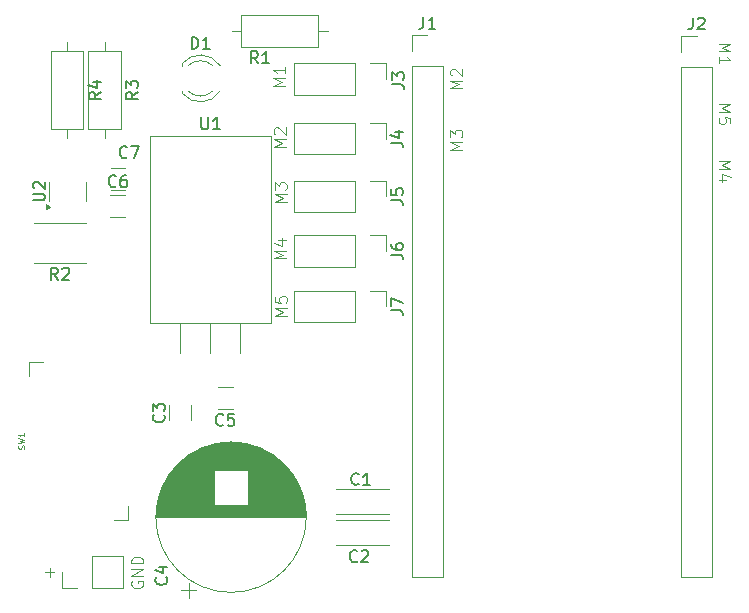
<source format=gbr>
%TF.GenerationSoftware,KiCad,Pcbnew,8.0.2*%
%TF.CreationDate,2025-03-31T19:17:40+02:00*%
%TF.ProjectId,carte_robo_pince,63617274-655f-4726-9f62-6f5f70696e63,rev?*%
%TF.SameCoordinates,Original*%
%TF.FileFunction,Legend,Top*%
%TF.FilePolarity,Positive*%
%FSLAX46Y46*%
G04 Gerber Fmt 4.6, Leading zero omitted, Abs format (unit mm)*
G04 Created by KiCad (PCBNEW 8.0.2) date 2025-03-31 19:17:40*
%MOMM*%
%LPD*%
G01*
G04 APERTURE LIST*
%ADD10C,0.100000*%
%ADD11C,0.150000*%
%ADD12C,0.120000*%
G04 APERTURE END LIST*
D10*
X142652580Y-83303884D02*
X143652580Y-83303884D01*
X143652580Y-83303884D02*
X142938295Y-83637217D01*
X142938295Y-83637217D02*
X143652580Y-83970550D01*
X143652580Y-83970550D02*
X142652580Y-83970550D01*
X143319247Y-84875312D02*
X142652580Y-84875312D01*
X143700200Y-84637217D02*
X142985914Y-84399122D01*
X142985914Y-84399122D02*
X142985914Y-85018169D01*
X120947419Y-82296115D02*
X119947419Y-82296115D01*
X119947419Y-82296115D02*
X120661704Y-81962782D01*
X120661704Y-81962782D02*
X119947419Y-81629449D01*
X119947419Y-81629449D02*
X120947419Y-81629449D01*
X119947419Y-81248496D02*
X119947419Y-80629449D01*
X119947419Y-80629449D02*
X120328371Y-80962782D01*
X120328371Y-80962782D02*
X120328371Y-80819925D01*
X120328371Y-80819925D02*
X120375990Y-80724687D01*
X120375990Y-80724687D02*
X120423609Y-80677068D01*
X120423609Y-80677068D02*
X120518847Y-80629449D01*
X120518847Y-80629449D02*
X120756942Y-80629449D01*
X120756942Y-80629449D02*
X120852180Y-80677068D01*
X120852180Y-80677068D02*
X120899800Y-80724687D01*
X120899800Y-80724687D02*
X120947419Y-80819925D01*
X120947419Y-80819925D02*
X120947419Y-81105639D01*
X120947419Y-81105639D02*
X120899800Y-81200877D01*
X120899800Y-81200877D02*
X120852180Y-81248496D01*
X105947419Y-76946115D02*
X104947419Y-76946115D01*
X104947419Y-76946115D02*
X105661704Y-76612782D01*
X105661704Y-76612782D02*
X104947419Y-76279449D01*
X104947419Y-76279449D02*
X105947419Y-76279449D01*
X105947419Y-75279449D02*
X105947419Y-75850877D01*
X105947419Y-75565163D02*
X104947419Y-75565163D01*
X104947419Y-75565163D02*
X105090276Y-75660401D01*
X105090276Y-75660401D02*
X105185514Y-75755639D01*
X105185514Y-75755639D02*
X105233133Y-75850877D01*
X92980038Y-118862306D02*
X92932419Y-118957544D01*
X92932419Y-118957544D02*
X92932419Y-119100401D01*
X92932419Y-119100401D02*
X92980038Y-119243258D01*
X92980038Y-119243258D02*
X93075276Y-119338496D01*
X93075276Y-119338496D02*
X93170514Y-119386115D01*
X93170514Y-119386115D02*
X93360990Y-119433734D01*
X93360990Y-119433734D02*
X93503847Y-119433734D01*
X93503847Y-119433734D02*
X93694323Y-119386115D01*
X93694323Y-119386115D02*
X93789561Y-119338496D01*
X93789561Y-119338496D02*
X93884800Y-119243258D01*
X93884800Y-119243258D02*
X93932419Y-119100401D01*
X93932419Y-119100401D02*
X93932419Y-119005163D01*
X93932419Y-119005163D02*
X93884800Y-118862306D01*
X93884800Y-118862306D02*
X93837180Y-118814687D01*
X93837180Y-118814687D02*
X93503847Y-118814687D01*
X93503847Y-118814687D02*
X93503847Y-119005163D01*
X93932419Y-118386115D02*
X92932419Y-118386115D01*
X92932419Y-118386115D02*
X93932419Y-117814687D01*
X93932419Y-117814687D02*
X92932419Y-117814687D01*
X93932419Y-117338496D02*
X92932419Y-117338496D01*
X92932419Y-117338496D02*
X92932419Y-117100401D01*
X92932419Y-117100401D02*
X92980038Y-116957544D01*
X92980038Y-116957544D02*
X93075276Y-116862306D01*
X93075276Y-116862306D02*
X93170514Y-116814687D01*
X93170514Y-116814687D02*
X93360990Y-116767068D01*
X93360990Y-116767068D02*
X93503847Y-116767068D01*
X93503847Y-116767068D02*
X93694323Y-116814687D01*
X93694323Y-116814687D02*
X93789561Y-116862306D01*
X93789561Y-116862306D02*
X93884800Y-116957544D01*
X93884800Y-116957544D02*
X93932419Y-117100401D01*
X93932419Y-117100401D02*
X93932419Y-117338496D01*
X105997419Y-82096115D02*
X104997419Y-82096115D01*
X104997419Y-82096115D02*
X105711704Y-81762782D01*
X105711704Y-81762782D02*
X104997419Y-81429449D01*
X104997419Y-81429449D02*
X105997419Y-81429449D01*
X105092657Y-81000877D02*
X105045038Y-80953258D01*
X105045038Y-80953258D02*
X104997419Y-80858020D01*
X104997419Y-80858020D02*
X104997419Y-80619925D01*
X104997419Y-80619925D02*
X105045038Y-80524687D01*
X105045038Y-80524687D02*
X105092657Y-80477068D01*
X105092657Y-80477068D02*
X105187895Y-80429449D01*
X105187895Y-80429449D02*
X105283133Y-80429449D01*
X105283133Y-80429449D02*
X105425990Y-80477068D01*
X105425990Y-80477068D02*
X105997419Y-81048496D01*
X105997419Y-81048496D02*
X105997419Y-80429449D01*
X106097419Y-96371115D02*
X105097419Y-96371115D01*
X105097419Y-96371115D02*
X105811704Y-96037782D01*
X105811704Y-96037782D02*
X105097419Y-95704449D01*
X105097419Y-95704449D02*
X106097419Y-95704449D01*
X105097419Y-94752068D02*
X105097419Y-95228258D01*
X105097419Y-95228258D02*
X105573609Y-95275877D01*
X105573609Y-95275877D02*
X105525990Y-95228258D01*
X105525990Y-95228258D02*
X105478371Y-95133020D01*
X105478371Y-95133020D02*
X105478371Y-94894925D01*
X105478371Y-94894925D02*
X105525990Y-94799687D01*
X105525990Y-94799687D02*
X105573609Y-94752068D01*
X105573609Y-94752068D02*
X105668847Y-94704449D01*
X105668847Y-94704449D02*
X105906942Y-94704449D01*
X105906942Y-94704449D02*
X106002180Y-94752068D01*
X106002180Y-94752068D02*
X106049800Y-94799687D01*
X106049800Y-94799687D02*
X106097419Y-94894925D01*
X106097419Y-94894925D02*
X106097419Y-95133020D01*
X106097419Y-95133020D02*
X106049800Y-95228258D01*
X106049800Y-95228258D02*
X106002180Y-95275877D01*
X142652580Y-78453884D02*
X143652580Y-78453884D01*
X143652580Y-78453884D02*
X142938295Y-78787217D01*
X142938295Y-78787217D02*
X143652580Y-79120550D01*
X143652580Y-79120550D02*
X142652580Y-79120550D01*
X143652580Y-80072931D02*
X143652580Y-79596741D01*
X143652580Y-79596741D02*
X143176390Y-79549122D01*
X143176390Y-79549122D02*
X143224009Y-79596741D01*
X143224009Y-79596741D02*
X143271628Y-79691979D01*
X143271628Y-79691979D02*
X143271628Y-79930074D01*
X143271628Y-79930074D02*
X143224009Y-80025312D01*
X143224009Y-80025312D02*
X143176390Y-80072931D01*
X143176390Y-80072931D02*
X143081152Y-80120550D01*
X143081152Y-80120550D02*
X142843057Y-80120550D01*
X142843057Y-80120550D02*
X142747819Y-80072931D01*
X142747819Y-80072931D02*
X142700200Y-80025312D01*
X142700200Y-80025312D02*
X142652580Y-79930074D01*
X142652580Y-79930074D02*
X142652580Y-79691979D01*
X142652580Y-79691979D02*
X142700200Y-79596741D01*
X142700200Y-79596741D02*
X142747819Y-79549122D01*
X120947419Y-77121115D02*
X119947419Y-77121115D01*
X119947419Y-77121115D02*
X120661704Y-76787782D01*
X120661704Y-76787782D02*
X119947419Y-76454449D01*
X119947419Y-76454449D02*
X120947419Y-76454449D01*
X120042657Y-76025877D02*
X119995038Y-75978258D01*
X119995038Y-75978258D02*
X119947419Y-75883020D01*
X119947419Y-75883020D02*
X119947419Y-75644925D01*
X119947419Y-75644925D02*
X119995038Y-75549687D01*
X119995038Y-75549687D02*
X120042657Y-75502068D01*
X120042657Y-75502068D02*
X120137895Y-75454449D01*
X120137895Y-75454449D02*
X120233133Y-75454449D01*
X120233133Y-75454449D02*
X120375990Y-75502068D01*
X120375990Y-75502068D02*
X120947419Y-76073496D01*
X120947419Y-76073496D02*
X120947419Y-75454449D01*
X85643884Y-118071466D02*
X86405789Y-118071466D01*
X86024836Y-118452419D02*
X86024836Y-117690514D01*
X106072419Y-86746115D02*
X105072419Y-86746115D01*
X105072419Y-86746115D02*
X105786704Y-86412782D01*
X105786704Y-86412782D02*
X105072419Y-86079449D01*
X105072419Y-86079449D02*
X106072419Y-86079449D01*
X105072419Y-85698496D02*
X105072419Y-85079449D01*
X105072419Y-85079449D02*
X105453371Y-85412782D01*
X105453371Y-85412782D02*
X105453371Y-85269925D01*
X105453371Y-85269925D02*
X105500990Y-85174687D01*
X105500990Y-85174687D02*
X105548609Y-85127068D01*
X105548609Y-85127068D02*
X105643847Y-85079449D01*
X105643847Y-85079449D02*
X105881942Y-85079449D01*
X105881942Y-85079449D02*
X105977180Y-85127068D01*
X105977180Y-85127068D02*
X106024800Y-85174687D01*
X106024800Y-85174687D02*
X106072419Y-85269925D01*
X106072419Y-85269925D02*
X106072419Y-85555639D01*
X106072419Y-85555639D02*
X106024800Y-85650877D01*
X106024800Y-85650877D02*
X105977180Y-85698496D01*
X106022419Y-91521115D02*
X105022419Y-91521115D01*
X105022419Y-91521115D02*
X105736704Y-91187782D01*
X105736704Y-91187782D02*
X105022419Y-90854449D01*
X105022419Y-90854449D02*
X106022419Y-90854449D01*
X105355752Y-89949687D02*
X106022419Y-89949687D01*
X104974800Y-90187782D02*
X105689085Y-90425877D01*
X105689085Y-90425877D02*
X105689085Y-89806830D01*
X142652580Y-73328884D02*
X143652580Y-73328884D01*
X143652580Y-73328884D02*
X142938295Y-73662217D01*
X142938295Y-73662217D02*
X143652580Y-73995550D01*
X143652580Y-73995550D02*
X142652580Y-73995550D01*
X142652580Y-74995550D02*
X142652580Y-74424122D01*
X142652580Y-74709836D02*
X143652580Y-74709836D01*
X143652580Y-74709836D02*
X143509723Y-74614598D01*
X143509723Y-74614598D02*
X143414485Y-74519360D01*
X143414485Y-74519360D02*
X143366866Y-74424122D01*
D11*
X115004819Y-76758333D02*
X115719104Y-76758333D01*
X115719104Y-76758333D02*
X115861961Y-76805952D01*
X115861961Y-76805952D02*
X115957200Y-76901190D01*
X115957200Y-76901190D02*
X116004819Y-77044047D01*
X116004819Y-77044047D02*
X116004819Y-77139285D01*
X115004819Y-76377380D02*
X115004819Y-75758333D01*
X115004819Y-75758333D02*
X115385771Y-76091666D01*
X115385771Y-76091666D02*
X115385771Y-75948809D01*
X115385771Y-75948809D02*
X115433390Y-75853571D01*
X115433390Y-75853571D02*
X115481009Y-75805952D01*
X115481009Y-75805952D02*
X115576247Y-75758333D01*
X115576247Y-75758333D02*
X115814342Y-75758333D01*
X115814342Y-75758333D02*
X115909580Y-75805952D01*
X115909580Y-75805952D02*
X115957200Y-75853571D01*
X115957200Y-75853571D02*
X116004819Y-75948809D01*
X116004819Y-75948809D02*
X116004819Y-76234523D01*
X116004819Y-76234523D02*
X115957200Y-76329761D01*
X115957200Y-76329761D02*
X115909580Y-76377380D01*
X114934819Y-95908333D02*
X115649104Y-95908333D01*
X115649104Y-95908333D02*
X115791961Y-95955952D01*
X115791961Y-95955952D02*
X115887200Y-96051190D01*
X115887200Y-96051190D02*
X115934819Y-96194047D01*
X115934819Y-96194047D02*
X115934819Y-96289285D01*
X114934819Y-95527380D02*
X114934819Y-94860714D01*
X114934819Y-94860714D02*
X115934819Y-95289285D01*
X117666666Y-71084819D02*
X117666666Y-71799104D01*
X117666666Y-71799104D02*
X117619047Y-71941961D01*
X117619047Y-71941961D02*
X117523809Y-72037200D01*
X117523809Y-72037200D02*
X117380952Y-72084819D01*
X117380952Y-72084819D02*
X117285714Y-72084819D01*
X118666666Y-72084819D02*
X118095238Y-72084819D01*
X118380952Y-72084819D02*
X118380952Y-71084819D01*
X118380952Y-71084819D02*
X118285714Y-71227676D01*
X118285714Y-71227676D02*
X118190476Y-71322914D01*
X118190476Y-71322914D02*
X118095238Y-71370533D01*
X103653333Y-74994819D02*
X103320000Y-74518628D01*
X103081905Y-74994819D02*
X103081905Y-73994819D01*
X103081905Y-73994819D02*
X103462857Y-73994819D01*
X103462857Y-73994819D02*
X103558095Y-74042438D01*
X103558095Y-74042438D02*
X103605714Y-74090057D01*
X103605714Y-74090057D02*
X103653333Y-74185295D01*
X103653333Y-74185295D02*
X103653333Y-74328152D01*
X103653333Y-74328152D02*
X103605714Y-74423390D01*
X103605714Y-74423390D02*
X103558095Y-74471009D01*
X103558095Y-74471009D02*
X103462857Y-74518628D01*
X103462857Y-74518628D02*
X103081905Y-74518628D01*
X104605714Y-74994819D02*
X104034286Y-74994819D01*
X104320000Y-74994819D02*
X104320000Y-73994819D01*
X104320000Y-73994819D02*
X104224762Y-74137676D01*
X104224762Y-74137676D02*
X104129524Y-74232914D01*
X104129524Y-74232914D02*
X104034286Y-74280533D01*
X95659580Y-104766666D02*
X95707200Y-104814285D01*
X95707200Y-104814285D02*
X95754819Y-104957142D01*
X95754819Y-104957142D02*
X95754819Y-105052380D01*
X95754819Y-105052380D02*
X95707200Y-105195237D01*
X95707200Y-105195237D02*
X95611961Y-105290475D01*
X95611961Y-105290475D02*
X95516723Y-105338094D01*
X95516723Y-105338094D02*
X95326247Y-105385713D01*
X95326247Y-105385713D02*
X95183390Y-105385713D01*
X95183390Y-105385713D02*
X94992914Y-105338094D01*
X94992914Y-105338094D02*
X94897676Y-105290475D01*
X94897676Y-105290475D02*
X94802438Y-105195237D01*
X94802438Y-105195237D02*
X94754819Y-105052380D01*
X94754819Y-105052380D02*
X94754819Y-104957142D01*
X94754819Y-104957142D02*
X94802438Y-104814285D01*
X94802438Y-104814285D02*
X94850057Y-104766666D01*
X94754819Y-104433332D02*
X94754819Y-103814285D01*
X94754819Y-103814285D02*
X95135771Y-104147618D01*
X95135771Y-104147618D02*
X95135771Y-104004761D01*
X95135771Y-104004761D02*
X95183390Y-103909523D01*
X95183390Y-103909523D02*
X95231009Y-103861904D01*
X95231009Y-103861904D02*
X95326247Y-103814285D01*
X95326247Y-103814285D02*
X95564342Y-103814285D01*
X95564342Y-103814285D02*
X95659580Y-103861904D01*
X95659580Y-103861904D02*
X95707200Y-103909523D01*
X95707200Y-103909523D02*
X95754819Y-104004761D01*
X95754819Y-104004761D02*
X95754819Y-104290475D01*
X95754819Y-104290475D02*
X95707200Y-104385713D01*
X95707200Y-104385713D02*
X95659580Y-104433332D01*
X95884580Y-118516666D02*
X95932200Y-118564285D01*
X95932200Y-118564285D02*
X95979819Y-118707142D01*
X95979819Y-118707142D02*
X95979819Y-118802380D01*
X95979819Y-118802380D02*
X95932200Y-118945237D01*
X95932200Y-118945237D02*
X95836961Y-119040475D01*
X95836961Y-119040475D02*
X95741723Y-119088094D01*
X95741723Y-119088094D02*
X95551247Y-119135713D01*
X95551247Y-119135713D02*
X95408390Y-119135713D01*
X95408390Y-119135713D02*
X95217914Y-119088094D01*
X95217914Y-119088094D02*
X95122676Y-119040475D01*
X95122676Y-119040475D02*
X95027438Y-118945237D01*
X95027438Y-118945237D02*
X94979819Y-118802380D01*
X94979819Y-118802380D02*
X94979819Y-118707142D01*
X94979819Y-118707142D02*
X95027438Y-118564285D01*
X95027438Y-118564285D02*
X95075057Y-118516666D01*
X95313152Y-117659523D02*
X95979819Y-117659523D01*
X94932200Y-117897618D02*
X95646485Y-118135713D01*
X95646485Y-118135713D02*
X95646485Y-117516666D01*
X114934819Y-91208333D02*
X115649104Y-91208333D01*
X115649104Y-91208333D02*
X115791961Y-91255952D01*
X115791961Y-91255952D02*
X115887200Y-91351190D01*
X115887200Y-91351190D02*
X115934819Y-91494047D01*
X115934819Y-91494047D02*
X115934819Y-91589285D01*
X114934819Y-90303571D02*
X114934819Y-90494047D01*
X114934819Y-90494047D02*
X114982438Y-90589285D01*
X114982438Y-90589285D02*
X115030057Y-90636904D01*
X115030057Y-90636904D02*
X115172914Y-90732142D01*
X115172914Y-90732142D02*
X115363390Y-90779761D01*
X115363390Y-90779761D02*
X115744342Y-90779761D01*
X115744342Y-90779761D02*
X115839580Y-90732142D01*
X115839580Y-90732142D02*
X115887200Y-90684523D01*
X115887200Y-90684523D02*
X115934819Y-90589285D01*
X115934819Y-90589285D02*
X115934819Y-90398809D01*
X115934819Y-90398809D02*
X115887200Y-90303571D01*
X115887200Y-90303571D02*
X115839580Y-90255952D01*
X115839580Y-90255952D02*
X115744342Y-90208333D01*
X115744342Y-90208333D02*
X115506247Y-90208333D01*
X115506247Y-90208333D02*
X115411009Y-90255952D01*
X115411009Y-90255952D02*
X115363390Y-90303571D01*
X115363390Y-90303571D02*
X115315771Y-90398809D01*
X115315771Y-90398809D02*
X115315771Y-90589285D01*
X115315771Y-90589285D02*
X115363390Y-90684523D01*
X115363390Y-90684523D02*
X115411009Y-90732142D01*
X115411009Y-90732142D02*
X115506247Y-90779761D01*
X112183333Y-110609580D02*
X112135714Y-110657200D01*
X112135714Y-110657200D02*
X111992857Y-110704819D01*
X111992857Y-110704819D02*
X111897619Y-110704819D01*
X111897619Y-110704819D02*
X111754762Y-110657200D01*
X111754762Y-110657200D02*
X111659524Y-110561961D01*
X111659524Y-110561961D02*
X111611905Y-110466723D01*
X111611905Y-110466723D02*
X111564286Y-110276247D01*
X111564286Y-110276247D02*
X111564286Y-110133390D01*
X111564286Y-110133390D02*
X111611905Y-109942914D01*
X111611905Y-109942914D02*
X111659524Y-109847676D01*
X111659524Y-109847676D02*
X111754762Y-109752438D01*
X111754762Y-109752438D02*
X111897619Y-109704819D01*
X111897619Y-109704819D02*
X111992857Y-109704819D01*
X111992857Y-109704819D02*
X112135714Y-109752438D01*
X112135714Y-109752438D02*
X112183333Y-109800057D01*
X113135714Y-110704819D02*
X112564286Y-110704819D01*
X112850000Y-110704819D02*
X112850000Y-109704819D01*
X112850000Y-109704819D02*
X112754762Y-109847676D01*
X112754762Y-109847676D02*
X112659524Y-109942914D01*
X112659524Y-109942914D02*
X112564286Y-109990533D01*
X93494819Y-77426666D02*
X93018628Y-77759999D01*
X93494819Y-77998094D02*
X92494819Y-77998094D01*
X92494819Y-77998094D02*
X92494819Y-77617142D01*
X92494819Y-77617142D02*
X92542438Y-77521904D01*
X92542438Y-77521904D02*
X92590057Y-77474285D01*
X92590057Y-77474285D02*
X92685295Y-77426666D01*
X92685295Y-77426666D02*
X92828152Y-77426666D01*
X92828152Y-77426666D02*
X92923390Y-77474285D01*
X92923390Y-77474285D02*
X92971009Y-77521904D01*
X92971009Y-77521904D02*
X93018628Y-77617142D01*
X93018628Y-77617142D02*
X93018628Y-77998094D01*
X92494819Y-77093332D02*
X92494819Y-76474285D01*
X92494819Y-76474285D02*
X92875771Y-76807618D01*
X92875771Y-76807618D02*
X92875771Y-76664761D01*
X92875771Y-76664761D02*
X92923390Y-76569523D01*
X92923390Y-76569523D02*
X92971009Y-76521904D01*
X92971009Y-76521904D02*
X93066247Y-76474285D01*
X93066247Y-76474285D02*
X93304342Y-76474285D01*
X93304342Y-76474285D02*
X93399580Y-76521904D01*
X93399580Y-76521904D02*
X93447200Y-76569523D01*
X93447200Y-76569523D02*
X93494819Y-76664761D01*
X93494819Y-76664761D02*
X93494819Y-76950475D01*
X93494819Y-76950475D02*
X93447200Y-77045713D01*
X93447200Y-77045713D02*
X93399580Y-77093332D01*
X114909819Y-81708333D02*
X115624104Y-81708333D01*
X115624104Y-81708333D02*
X115766961Y-81755952D01*
X115766961Y-81755952D02*
X115862200Y-81851190D01*
X115862200Y-81851190D02*
X115909819Y-81994047D01*
X115909819Y-81994047D02*
X115909819Y-82089285D01*
X115243152Y-80803571D02*
X115909819Y-80803571D01*
X114862200Y-81041666D02*
X115576485Y-81279761D01*
X115576485Y-81279761D02*
X115576485Y-80660714D01*
X112058333Y-117134580D02*
X112010714Y-117182200D01*
X112010714Y-117182200D02*
X111867857Y-117229819D01*
X111867857Y-117229819D02*
X111772619Y-117229819D01*
X111772619Y-117229819D02*
X111629762Y-117182200D01*
X111629762Y-117182200D02*
X111534524Y-117086961D01*
X111534524Y-117086961D02*
X111486905Y-116991723D01*
X111486905Y-116991723D02*
X111439286Y-116801247D01*
X111439286Y-116801247D02*
X111439286Y-116658390D01*
X111439286Y-116658390D02*
X111486905Y-116467914D01*
X111486905Y-116467914D02*
X111534524Y-116372676D01*
X111534524Y-116372676D02*
X111629762Y-116277438D01*
X111629762Y-116277438D02*
X111772619Y-116229819D01*
X111772619Y-116229819D02*
X111867857Y-116229819D01*
X111867857Y-116229819D02*
X112010714Y-116277438D01*
X112010714Y-116277438D02*
X112058333Y-116325057D01*
X112439286Y-116325057D02*
X112486905Y-116277438D01*
X112486905Y-116277438D02*
X112582143Y-116229819D01*
X112582143Y-116229819D02*
X112820238Y-116229819D01*
X112820238Y-116229819D02*
X112915476Y-116277438D01*
X112915476Y-116277438D02*
X112963095Y-116325057D01*
X112963095Y-116325057D02*
X113010714Y-116420295D01*
X113010714Y-116420295D02*
X113010714Y-116515533D01*
X113010714Y-116515533D02*
X112963095Y-116658390D01*
X112963095Y-116658390D02*
X112391667Y-117229819D01*
X112391667Y-117229819D02*
X113010714Y-117229819D01*
X98041905Y-73769819D02*
X98041905Y-72769819D01*
X98041905Y-72769819D02*
X98280000Y-72769819D01*
X98280000Y-72769819D02*
X98422857Y-72817438D01*
X98422857Y-72817438D02*
X98518095Y-72912676D01*
X98518095Y-72912676D02*
X98565714Y-73007914D01*
X98565714Y-73007914D02*
X98613333Y-73198390D01*
X98613333Y-73198390D02*
X98613333Y-73341247D01*
X98613333Y-73341247D02*
X98565714Y-73531723D01*
X98565714Y-73531723D02*
X98518095Y-73626961D01*
X98518095Y-73626961D02*
X98422857Y-73722200D01*
X98422857Y-73722200D02*
X98280000Y-73769819D01*
X98280000Y-73769819D02*
X98041905Y-73769819D01*
X99565714Y-73769819D02*
X98994286Y-73769819D01*
X99280000Y-73769819D02*
X99280000Y-72769819D01*
X99280000Y-72769819D02*
X99184762Y-72912676D01*
X99184762Y-72912676D02*
X99089524Y-73007914D01*
X99089524Y-73007914D02*
X98994286Y-73055533D01*
X140466666Y-71124819D02*
X140466666Y-71839104D01*
X140466666Y-71839104D02*
X140419047Y-71981961D01*
X140419047Y-71981961D02*
X140323809Y-72077200D01*
X140323809Y-72077200D02*
X140180952Y-72124819D01*
X140180952Y-72124819D02*
X140085714Y-72124819D01*
X140895238Y-71220057D02*
X140942857Y-71172438D01*
X140942857Y-71172438D02*
X141038095Y-71124819D01*
X141038095Y-71124819D02*
X141276190Y-71124819D01*
X141276190Y-71124819D02*
X141371428Y-71172438D01*
X141371428Y-71172438D02*
X141419047Y-71220057D01*
X141419047Y-71220057D02*
X141466666Y-71315295D01*
X141466666Y-71315295D02*
X141466666Y-71410533D01*
X141466666Y-71410533D02*
X141419047Y-71553390D01*
X141419047Y-71553390D02*
X140847619Y-72124819D01*
X140847619Y-72124819D02*
X141466666Y-72124819D01*
X98863095Y-79584819D02*
X98863095Y-80394342D01*
X98863095Y-80394342D02*
X98910714Y-80489580D01*
X98910714Y-80489580D02*
X98958333Y-80537200D01*
X98958333Y-80537200D02*
X99053571Y-80584819D01*
X99053571Y-80584819D02*
X99244047Y-80584819D01*
X99244047Y-80584819D02*
X99339285Y-80537200D01*
X99339285Y-80537200D02*
X99386904Y-80489580D01*
X99386904Y-80489580D02*
X99434523Y-80394342D01*
X99434523Y-80394342D02*
X99434523Y-79584819D01*
X100434523Y-80584819D02*
X99863095Y-80584819D01*
X100148809Y-80584819D02*
X100148809Y-79584819D01*
X100148809Y-79584819D02*
X100053571Y-79727676D01*
X100053571Y-79727676D02*
X99958333Y-79822914D01*
X99958333Y-79822914D02*
X99863095Y-79870533D01*
X90324819Y-77426666D02*
X89848628Y-77759999D01*
X90324819Y-77998094D02*
X89324819Y-77998094D01*
X89324819Y-77998094D02*
X89324819Y-77617142D01*
X89324819Y-77617142D02*
X89372438Y-77521904D01*
X89372438Y-77521904D02*
X89420057Y-77474285D01*
X89420057Y-77474285D02*
X89515295Y-77426666D01*
X89515295Y-77426666D02*
X89658152Y-77426666D01*
X89658152Y-77426666D02*
X89753390Y-77474285D01*
X89753390Y-77474285D02*
X89801009Y-77521904D01*
X89801009Y-77521904D02*
X89848628Y-77617142D01*
X89848628Y-77617142D02*
X89848628Y-77998094D01*
X89658152Y-76569523D02*
X90324819Y-76569523D01*
X89277200Y-76807618D02*
X89991485Y-77045713D01*
X89991485Y-77045713D02*
X89991485Y-76426666D01*
D10*
X83852300Y-107636665D02*
X83876109Y-107565237D01*
X83876109Y-107565237D02*
X83876109Y-107446189D01*
X83876109Y-107446189D02*
X83852300Y-107398570D01*
X83852300Y-107398570D02*
X83828490Y-107374761D01*
X83828490Y-107374761D02*
X83780871Y-107350951D01*
X83780871Y-107350951D02*
X83733252Y-107350951D01*
X83733252Y-107350951D02*
X83685633Y-107374761D01*
X83685633Y-107374761D02*
X83661823Y-107398570D01*
X83661823Y-107398570D02*
X83638014Y-107446189D01*
X83638014Y-107446189D02*
X83614204Y-107541427D01*
X83614204Y-107541427D02*
X83590395Y-107589046D01*
X83590395Y-107589046D02*
X83566585Y-107612856D01*
X83566585Y-107612856D02*
X83518966Y-107636665D01*
X83518966Y-107636665D02*
X83471347Y-107636665D01*
X83471347Y-107636665D02*
X83423728Y-107612856D01*
X83423728Y-107612856D02*
X83399919Y-107589046D01*
X83399919Y-107589046D02*
X83376109Y-107541427D01*
X83376109Y-107541427D02*
X83376109Y-107422380D01*
X83376109Y-107422380D02*
X83399919Y-107350951D01*
X83376109Y-107184285D02*
X83876109Y-107065237D01*
X83876109Y-107065237D02*
X83518966Y-106969999D01*
X83518966Y-106969999D02*
X83876109Y-106874761D01*
X83876109Y-106874761D02*
X83376109Y-106755714D01*
X83876109Y-106303332D02*
X83876109Y-106589046D01*
X83876109Y-106446189D02*
X83376109Y-106446189D01*
X83376109Y-106446189D02*
X83447538Y-106493808D01*
X83447538Y-106493808D02*
X83495157Y-106541427D01*
X83495157Y-106541427D02*
X83518966Y-106589046D01*
D11*
X91623333Y-85389580D02*
X91575714Y-85437200D01*
X91575714Y-85437200D02*
X91432857Y-85484819D01*
X91432857Y-85484819D02*
X91337619Y-85484819D01*
X91337619Y-85484819D02*
X91194762Y-85437200D01*
X91194762Y-85437200D02*
X91099524Y-85341961D01*
X91099524Y-85341961D02*
X91051905Y-85246723D01*
X91051905Y-85246723D02*
X91004286Y-85056247D01*
X91004286Y-85056247D02*
X91004286Y-84913390D01*
X91004286Y-84913390D02*
X91051905Y-84722914D01*
X91051905Y-84722914D02*
X91099524Y-84627676D01*
X91099524Y-84627676D02*
X91194762Y-84532438D01*
X91194762Y-84532438D02*
X91337619Y-84484819D01*
X91337619Y-84484819D02*
X91432857Y-84484819D01*
X91432857Y-84484819D02*
X91575714Y-84532438D01*
X91575714Y-84532438D02*
X91623333Y-84580057D01*
X92480476Y-84484819D02*
X92290000Y-84484819D01*
X92290000Y-84484819D02*
X92194762Y-84532438D01*
X92194762Y-84532438D02*
X92147143Y-84580057D01*
X92147143Y-84580057D02*
X92051905Y-84722914D01*
X92051905Y-84722914D02*
X92004286Y-84913390D01*
X92004286Y-84913390D02*
X92004286Y-85294342D01*
X92004286Y-85294342D02*
X92051905Y-85389580D01*
X92051905Y-85389580D02*
X92099524Y-85437200D01*
X92099524Y-85437200D02*
X92194762Y-85484819D01*
X92194762Y-85484819D02*
X92385238Y-85484819D01*
X92385238Y-85484819D02*
X92480476Y-85437200D01*
X92480476Y-85437200D02*
X92528095Y-85389580D01*
X92528095Y-85389580D02*
X92575714Y-85294342D01*
X92575714Y-85294342D02*
X92575714Y-85056247D01*
X92575714Y-85056247D02*
X92528095Y-84961009D01*
X92528095Y-84961009D02*
X92480476Y-84913390D01*
X92480476Y-84913390D02*
X92385238Y-84865771D01*
X92385238Y-84865771D02*
X92194762Y-84865771D01*
X92194762Y-84865771D02*
X92099524Y-84913390D01*
X92099524Y-84913390D02*
X92051905Y-84961009D01*
X92051905Y-84961009D02*
X92004286Y-85056247D01*
X114934819Y-86583333D02*
X115649104Y-86583333D01*
X115649104Y-86583333D02*
X115791961Y-86630952D01*
X115791961Y-86630952D02*
X115887200Y-86726190D01*
X115887200Y-86726190D02*
X115934819Y-86869047D01*
X115934819Y-86869047D02*
X115934819Y-86964285D01*
X114934819Y-85630952D02*
X114934819Y-86107142D01*
X114934819Y-86107142D02*
X115411009Y-86154761D01*
X115411009Y-86154761D02*
X115363390Y-86107142D01*
X115363390Y-86107142D02*
X115315771Y-86011904D01*
X115315771Y-86011904D02*
X115315771Y-85773809D01*
X115315771Y-85773809D02*
X115363390Y-85678571D01*
X115363390Y-85678571D02*
X115411009Y-85630952D01*
X115411009Y-85630952D02*
X115506247Y-85583333D01*
X115506247Y-85583333D02*
X115744342Y-85583333D01*
X115744342Y-85583333D02*
X115839580Y-85630952D01*
X115839580Y-85630952D02*
X115887200Y-85678571D01*
X115887200Y-85678571D02*
X115934819Y-85773809D01*
X115934819Y-85773809D02*
X115934819Y-86011904D01*
X115934819Y-86011904D02*
X115887200Y-86107142D01*
X115887200Y-86107142D02*
X115839580Y-86154761D01*
X92553333Y-82929580D02*
X92505714Y-82977200D01*
X92505714Y-82977200D02*
X92362857Y-83024819D01*
X92362857Y-83024819D02*
X92267619Y-83024819D01*
X92267619Y-83024819D02*
X92124762Y-82977200D01*
X92124762Y-82977200D02*
X92029524Y-82881961D01*
X92029524Y-82881961D02*
X91981905Y-82786723D01*
X91981905Y-82786723D02*
X91934286Y-82596247D01*
X91934286Y-82596247D02*
X91934286Y-82453390D01*
X91934286Y-82453390D02*
X91981905Y-82262914D01*
X91981905Y-82262914D02*
X92029524Y-82167676D01*
X92029524Y-82167676D02*
X92124762Y-82072438D01*
X92124762Y-82072438D02*
X92267619Y-82024819D01*
X92267619Y-82024819D02*
X92362857Y-82024819D01*
X92362857Y-82024819D02*
X92505714Y-82072438D01*
X92505714Y-82072438D02*
X92553333Y-82120057D01*
X92886667Y-82024819D02*
X93553333Y-82024819D01*
X93553333Y-82024819D02*
X93124762Y-83024819D01*
X84619819Y-86594404D02*
X85429342Y-86594404D01*
X85429342Y-86594404D02*
X85524580Y-86546785D01*
X85524580Y-86546785D02*
X85572200Y-86499166D01*
X85572200Y-86499166D02*
X85619819Y-86403928D01*
X85619819Y-86403928D02*
X85619819Y-86213452D01*
X85619819Y-86213452D02*
X85572200Y-86118214D01*
X85572200Y-86118214D02*
X85524580Y-86070595D01*
X85524580Y-86070595D02*
X85429342Y-86022976D01*
X85429342Y-86022976D02*
X84619819Y-86022976D01*
X84715057Y-85594404D02*
X84667438Y-85546785D01*
X84667438Y-85546785D02*
X84619819Y-85451547D01*
X84619819Y-85451547D02*
X84619819Y-85213452D01*
X84619819Y-85213452D02*
X84667438Y-85118214D01*
X84667438Y-85118214D02*
X84715057Y-85070595D01*
X84715057Y-85070595D02*
X84810295Y-85022976D01*
X84810295Y-85022976D02*
X84905533Y-85022976D01*
X84905533Y-85022976D02*
X85048390Y-85070595D01*
X85048390Y-85070595D02*
X85619819Y-85642023D01*
X85619819Y-85642023D02*
X85619819Y-85022976D01*
X100708333Y-105584580D02*
X100660714Y-105632200D01*
X100660714Y-105632200D02*
X100517857Y-105679819D01*
X100517857Y-105679819D02*
X100422619Y-105679819D01*
X100422619Y-105679819D02*
X100279762Y-105632200D01*
X100279762Y-105632200D02*
X100184524Y-105536961D01*
X100184524Y-105536961D02*
X100136905Y-105441723D01*
X100136905Y-105441723D02*
X100089286Y-105251247D01*
X100089286Y-105251247D02*
X100089286Y-105108390D01*
X100089286Y-105108390D02*
X100136905Y-104917914D01*
X100136905Y-104917914D02*
X100184524Y-104822676D01*
X100184524Y-104822676D02*
X100279762Y-104727438D01*
X100279762Y-104727438D02*
X100422619Y-104679819D01*
X100422619Y-104679819D02*
X100517857Y-104679819D01*
X100517857Y-104679819D02*
X100660714Y-104727438D01*
X100660714Y-104727438D02*
X100708333Y-104775057D01*
X101613095Y-104679819D02*
X101136905Y-104679819D01*
X101136905Y-104679819D02*
X101089286Y-105156009D01*
X101089286Y-105156009D02*
X101136905Y-105108390D01*
X101136905Y-105108390D02*
X101232143Y-105060771D01*
X101232143Y-105060771D02*
X101470238Y-105060771D01*
X101470238Y-105060771D02*
X101565476Y-105108390D01*
X101565476Y-105108390D02*
X101613095Y-105156009D01*
X101613095Y-105156009D02*
X101660714Y-105251247D01*
X101660714Y-105251247D02*
X101660714Y-105489342D01*
X101660714Y-105489342D02*
X101613095Y-105584580D01*
X101613095Y-105584580D02*
X101565476Y-105632200D01*
X101565476Y-105632200D02*
X101470238Y-105679819D01*
X101470238Y-105679819D02*
X101232143Y-105679819D01*
X101232143Y-105679819D02*
X101136905Y-105632200D01*
X101136905Y-105632200D02*
X101089286Y-105584580D01*
X86713333Y-93304819D02*
X86380000Y-92828628D01*
X86141905Y-93304819D02*
X86141905Y-92304819D01*
X86141905Y-92304819D02*
X86522857Y-92304819D01*
X86522857Y-92304819D02*
X86618095Y-92352438D01*
X86618095Y-92352438D02*
X86665714Y-92400057D01*
X86665714Y-92400057D02*
X86713333Y-92495295D01*
X86713333Y-92495295D02*
X86713333Y-92638152D01*
X86713333Y-92638152D02*
X86665714Y-92733390D01*
X86665714Y-92733390D02*
X86618095Y-92781009D01*
X86618095Y-92781009D02*
X86522857Y-92828628D01*
X86522857Y-92828628D02*
X86141905Y-92828628D01*
X87094286Y-92400057D02*
X87141905Y-92352438D01*
X87141905Y-92352438D02*
X87237143Y-92304819D01*
X87237143Y-92304819D02*
X87475238Y-92304819D01*
X87475238Y-92304819D02*
X87570476Y-92352438D01*
X87570476Y-92352438D02*
X87618095Y-92400057D01*
X87618095Y-92400057D02*
X87665714Y-92495295D01*
X87665714Y-92495295D02*
X87665714Y-92590533D01*
X87665714Y-92590533D02*
X87618095Y-92733390D01*
X87618095Y-92733390D02*
X87046667Y-93304819D01*
X87046667Y-93304819D02*
X87665714Y-93304819D01*
D12*
%TO.C,J3*%
X106715000Y-74995000D02*
X106715000Y-77655000D01*
X111855000Y-74995000D02*
X106715000Y-74995000D01*
X111855000Y-74995000D02*
X111855000Y-77655000D01*
X111855000Y-77655000D02*
X106715000Y-77655000D01*
X113125000Y-74995000D02*
X114455000Y-74995000D01*
X114455000Y-74995000D02*
X114455000Y-76325000D01*
%TO.C,J7*%
X106740000Y-94245000D02*
X106740000Y-96905000D01*
X111880000Y-94245000D02*
X106740000Y-94245000D01*
X111880000Y-94245000D02*
X111880000Y-96905000D01*
X111880000Y-96905000D02*
X106740000Y-96905000D01*
X113150000Y-94245000D02*
X114480000Y-94245000D01*
X114480000Y-94245000D02*
X114480000Y-95575000D01*
%TO.C,J1*%
X116670000Y-72630000D02*
X118000000Y-72630000D01*
X116670000Y-73960000D02*
X116670000Y-72630000D01*
X116670000Y-75230000D02*
X116670000Y-118470000D01*
X116670000Y-75230000D02*
X119330000Y-75230000D01*
X116670000Y-118470000D02*
X119330000Y-118470000D01*
X119330000Y-75230000D02*
X119330000Y-118470000D01*
%TO.C,R1*%
X101470000Y-72280000D02*
X102240000Y-72280000D01*
X102240000Y-70910000D02*
X102240000Y-73650000D01*
X102240000Y-73650000D02*
X108780000Y-73650000D01*
X108780000Y-70910000D02*
X102240000Y-70910000D01*
X108780000Y-73650000D02*
X108780000Y-70910000D01*
X109550000Y-72280000D02*
X108780000Y-72280000D01*
%TO.C,C3*%
X96130000Y-103946000D02*
X96130000Y-105204000D01*
X97970000Y-103946000D02*
X97970000Y-105204000D01*
%TO.C,BT1*%
X87035000Y-119400000D02*
X87035000Y-118070000D01*
X88365000Y-119400000D02*
X87035000Y-119400000D01*
X89635000Y-116740000D02*
X92235000Y-116740000D01*
X89635000Y-119400000D02*
X89635000Y-116740000D01*
X89635000Y-119400000D02*
X92235000Y-119400000D01*
X92235000Y-119400000D02*
X92235000Y-116740000D01*
%TO.C,C4*%
X95045000Y-113343959D02*
X107705000Y-113343959D01*
X95045000Y-113383959D02*
X107705000Y-113383959D01*
X95045000Y-113423959D02*
X107705000Y-113423959D01*
X95046000Y-113303959D02*
X107704000Y-113303959D01*
X95047000Y-113263959D02*
X107703000Y-113263959D01*
X95048000Y-113223959D02*
X107702000Y-113223959D01*
X95049000Y-113183959D02*
X107701000Y-113183959D01*
X95051000Y-113143959D02*
X107699000Y-113143959D01*
X95053000Y-113103959D02*
X107697000Y-113103959D01*
X95055000Y-113063959D02*
X107695000Y-113063959D01*
X95057000Y-113023959D02*
X107693000Y-113023959D01*
X95060000Y-112983959D02*
X107690000Y-112983959D01*
X95063000Y-112943959D02*
X107687000Y-112943959D01*
X95066000Y-112903959D02*
X107684000Y-112903959D01*
X95069000Y-112863959D02*
X107681000Y-112863959D01*
X95073000Y-112823959D02*
X107677000Y-112823959D01*
X95077000Y-112783959D02*
X107673000Y-112783959D01*
X95081000Y-112743959D02*
X107669000Y-112743959D01*
X95085000Y-112702959D02*
X107665000Y-112702959D01*
X95090000Y-112662959D02*
X107660000Y-112662959D01*
X95095000Y-112622959D02*
X107655000Y-112622959D01*
X95100000Y-112582959D02*
X107650000Y-112582959D01*
X95106000Y-112542959D02*
X107644000Y-112542959D01*
X95111000Y-112502959D02*
X107639000Y-112502959D01*
X95117000Y-112462959D02*
X107633000Y-112462959D01*
X95123000Y-112422959D02*
X107627000Y-112422959D01*
X95130000Y-112382959D02*
X107620000Y-112382959D01*
X95137000Y-112342959D02*
X99935000Y-112342959D01*
X95144000Y-112302959D02*
X99935000Y-112302959D01*
X95151000Y-112262959D02*
X99935000Y-112262959D01*
X95159000Y-112222959D02*
X99935000Y-112222959D01*
X95166000Y-112182959D02*
X99935000Y-112182959D01*
X95174000Y-112142959D02*
X99935000Y-112142959D01*
X95183000Y-112102959D02*
X99935000Y-112102959D01*
X95191000Y-112062959D02*
X99935000Y-112062959D01*
X95200000Y-112022959D02*
X99935000Y-112022959D01*
X95209000Y-111982959D02*
X99935000Y-111982959D01*
X95219000Y-111942959D02*
X99935000Y-111942959D01*
X95229000Y-111902959D02*
X99935000Y-111902959D01*
X95238000Y-111862959D02*
X99935000Y-111862959D01*
X95249000Y-111822959D02*
X99935000Y-111822959D01*
X95259000Y-111782959D02*
X99935000Y-111782959D01*
X95270000Y-111742959D02*
X99935000Y-111742959D01*
X95281000Y-111702959D02*
X99935000Y-111702959D01*
X95292000Y-111662959D02*
X99935000Y-111662959D01*
X95304000Y-111622959D02*
X99935000Y-111622959D01*
X95316000Y-111582959D02*
X99935000Y-111582959D01*
X95328000Y-111542959D02*
X99935000Y-111542959D01*
X95341000Y-111502959D02*
X99935000Y-111502959D01*
X95354000Y-111462959D02*
X99935000Y-111462959D01*
X95367000Y-111422959D02*
X99935000Y-111422959D01*
X95380000Y-111382959D02*
X99935000Y-111382959D01*
X95394000Y-111342959D02*
X99935000Y-111342959D01*
X95408000Y-111302959D02*
X99935000Y-111302959D01*
X95422000Y-111262959D02*
X99935000Y-111262959D01*
X95436000Y-111222959D02*
X99935000Y-111222959D01*
X95451000Y-111182959D02*
X99935000Y-111182959D01*
X95467000Y-111142959D02*
X99935000Y-111142959D01*
X95482000Y-111102959D02*
X99935000Y-111102959D01*
X95498000Y-111062959D02*
X99935000Y-111062959D01*
X95514000Y-111022959D02*
X99935000Y-111022959D01*
X95530000Y-110982959D02*
X99935000Y-110982959D01*
X95547000Y-110942959D02*
X99935000Y-110942959D01*
X95564000Y-110902959D02*
X99935000Y-110902959D01*
X95582000Y-110862959D02*
X99935000Y-110862959D01*
X95599000Y-110822959D02*
X99935000Y-110822959D01*
X95617000Y-110782959D02*
X99935000Y-110782959D01*
X95636000Y-110742959D02*
X99935000Y-110742959D01*
X95654000Y-110702959D02*
X99935000Y-110702959D01*
X95673000Y-110662959D02*
X99935000Y-110662959D01*
X95693000Y-110622959D02*
X99935000Y-110622959D01*
X95713000Y-110582959D02*
X99935000Y-110582959D01*
X95733000Y-110542959D02*
X99935000Y-110542959D01*
X95753000Y-110502959D02*
X99935000Y-110502959D01*
X95774000Y-110462959D02*
X99935000Y-110462959D01*
X95795000Y-110422959D02*
X99935000Y-110422959D01*
X95817000Y-110382959D02*
X99935000Y-110382959D01*
X95839000Y-110342959D02*
X99935000Y-110342959D01*
X95861000Y-110302959D02*
X99935000Y-110302959D01*
X95884000Y-110262959D02*
X99935000Y-110262959D01*
X95907000Y-110222959D02*
X99935000Y-110222959D01*
X95930000Y-110182959D02*
X99935000Y-110182959D01*
X95954000Y-110142959D02*
X99935000Y-110142959D01*
X95978000Y-110102959D02*
X99935000Y-110102959D01*
X96003000Y-110062959D02*
X99935000Y-110062959D01*
X96028000Y-110022959D02*
X99935000Y-110022959D01*
X96053000Y-109982959D02*
X99935000Y-109982959D01*
X96079000Y-109942959D02*
X99935000Y-109942959D01*
X96105000Y-109902959D02*
X99935000Y-109902959D01*
X96132000Y-109862959D02*
X99935000Y-109862959D01*
X96159000Y-109822959D02*
X99935000Y-109822959D01*
X96187000Y-109782959D02*
X99935000Y-109782959D01*
X96215000Y-109742959D02*
X99935000Y-109742959D01*
X96244000Y-109702959D02*
X99935000Y-109702959D01*
X96273000Y-109662959D02*
X99935000Y-109662959D01*
X96302000Y-109622959D02*
X99935000Y-109622959D01*
X96332000Y-109582959D02*
X99935000Y-109582959D01*
X96363000Y-109542959D02*
X99935000Y-109542959D01*
X96393000Y-109502959D02*
X99935000Y-109502959D01*
X96425000Y-109462959D02*
X106325000Y-109462959D01*
X96457000Y-109422959D02*
X106293000Y-109422959D01*
X96490000Y-109382959D02*
X106260000Y-109382959D01*
X96523000Y-109342959D02*
X106227000Y-109342959D01*
X96556000Y-109302959D02*
X106194000Y-109302959D01*
X96590000Y-109262959D02*
X106160000Y-109262959D01*
X96625000Y-109222959D02*
X106125000Y-109222959D01*
X96661000Y-109182959D02*
X106089000Y-109182959D01*
X96697000Y-109142959D02*
X106053000Y-109142959D01*
X96733000Y-109102959D02*
X106017000Y-109102959D01*
X96770000Y-109062959D02*
X105980000Y-109062959D01*
X96808000Y-109022959D02*
X105942000Y-109022959D01*
X96847000Y-108982959D02*
X105903000Y-108982959D01*
X96886000Y-108942959D02*
X105864000Y-108942959D01*
X96926000Y-108902959D02*
X105824000Y-108902959D01*
X96967000Y-108862959D02*
X105783000Y-108862959D01*
X97008000Y-108822959D02*
X105742000Y-108822959D01*
X97050000Y-108782959D02*
X105700000Y-108782959D01*
X97093000Y-108742959D02*
X105657000Y-108742959D01*
X97137000Y-108702959D02*
X105613000Y-108702959D01*
X97175000Y-119616041D02*
X98425000Y-119616041D01*
X97181000Y-108662959D02*
X105569000Y-108662959D01*
X97227000Y-108622959D02*
X105523000Y-108622959D01*
X97273000Y-108582959D02*
X105477000Y-108582959D01*
X97320000Y-108542959D02*
X105430000Y-108542959D01*
X97368000Y-108502959D02*
X105382000Y-108502959D01*
X97418000Y-108462959D02*
X105332000Y-108462959D01*
X97468000Y-108422959D02*
X105282000Y-108422959D01*
X97519000Y-108382959D02*
X105231000Y-108382959D01*
X97571000Y-108342959D02*
X105179000Y-108342959D01*
X97625000Y-108302959D02*
X105125000Y-108302959D01*
X97679000Y-108262959D02*
X105071000Y-108262959D01*
X97735000Y-108222959D02*
X105015000Y-108222959D01*
X97792000Y-108182959D02*
X104958000Y-108182959D01*
X97800000Y-120241041D02*
X97800000Y-118991041D01*
X97851000Y-108142959D02*
X104899000Y-108142959D01*
X97911000Y-108102959D02*
X104839000Y-108102959D01*
X97973000Y-108062959D02*
X104777000Y-108062959D01*
X98036000Y-108022959D02*
X104714000Y-108022959D01*
X98100000Y-107982959D02*
X104650000Y-107982959D01*
X98167000Y-107942959D02*
X104583000Y-107942959D01*
X98235000Y-107902959D02*
X104515000Y-107902959D01*
X98306000Y-107862959D02*
X104444000Y-107862959D01*
X98379000Y-107822959D02*
X104371000Y-107822959D01*
X98454000Y-107782959D02*
X104296000Y-107782959D01*
X98531000Y-107742959D02*
X104219000Y-107742959D01*
X98611000Y-107702959D02*
X104139000Y-107702959D01*
X98694000Y-107662959D02*
X104056000Y-107662959D01*
X98781000Y-107622959D02*
X103969000Y-107622959D01*
X98871000Y-107582959D02*
X103879000Y-107582959D01*
X98965000Y-107542959D02*
X103785000Y-107542959D01*
X99063000Y-107502959D02*
X103687000Y-107502959D01*
X99166000Y-107462959D02*
X103584000Y-107462959D01*
X99275000Y-107422959D02*
X103475000Y-107422959D01*
X99391000Y-107382959D02*
X103359000Y-107382959D01*
X99514000Y-107342959D02*
X103236000Y-107342959D01*
X99647000Y-107302959D02*
X103103000Y-107302959D01*
X99792000Y-107262959D02*
X102958000Y-107262959D01*
X99953000Y-107222959D02*
X102797000Y-107222959D01*
X100134000Y-107182959D02*
X102616000Y-107182959D01*
X100347000Y-107142959D02*
X102403000Y-107142959D01*
X100618000Y-107102959D02*
X102132000Y-107102959D01*
X101058000Y-107062959D02*
X101692000Y-107062959D01*
X102815000Y-109502959D02*
X106357000Y-109502959D01*
X102815000Y-109542959D02*
X106387000Y-109542959D01*
X102815000Y-109582959D02*
X106418000Y-109582959D01*
X102815000Y-109622959D02*
X106448000Y-109622959D01*
X102815000Y-109662959D02*
X106477000Y-109662959D01*
X102815000Y-109702959D02*
X106506000Y-109702959D01*
X102815000Y-109742959D02*
X106535000Y-109742959D01*
X102815000Y-109782959D02*
X106563000Y-109782959D01*
X102815000Y-109822959D02*
X106591000Y-109822959D01*
X102815000Y-109862959D02*
X106618000Y-109862959D01*
X102815000Y-109902959D02*
X106645000Y-109902959D01*
X102815000Y-109942959D02*
X106671000Y-109942959D01*
X102815000Y-109982959D02*
X106697000Y-109982959D01*
X102815000Y-110022959D02*
X106722000Y-110022959D01*
X102815000Y-110062959D02*
X106747000Y-110062959D01*
X102815000Y-110102959D02*
X106772000Y-110102959D01*
X102815000Y-110142959D02*
X106796000Y-110142959D01*
X102815000Y-110182959D02*
X106820000Y-110182959D01*
X102815000Y-110222959D02*
X106843000Y-110222959D01*
X102815000Y-110262959D02*
X106866000Y-110262959D01*
X102815000Y-110302959D02*
X106889000Y-110302959D01*
X102815000Y-110342959D02*
X106911000Y-110342959D01*
X102815000Y-110382959D02*
X106933000Y-110382959D01*
X102815000Y-110422959D02*
X106955000Y-110422959D01*
X102815000Y-110462959D02*
X106976000Y-110462959D01*
X102815000Y-110502959D02*
X106997000Y-110502959D01*
X102815000Y-110542959D02*
X107017000Y-110542959D01*
X102815000Y-110582959D02*
X107037000Y-110582959D01*
X102815000Y-110622959D02*
X107057000Y-110622959D01*
X102815000Y-110662959D02*
X107077000Y-110662959D01*
X102815000Y-110702959D02*
X107096000Y-110702959D01*
X102815000Y-110742959D02*
X107114000Y-110742959D01*
X102815000Y-110782959D02*
X107133000Y-110782959D01*
X102815000Y-110822959D02*
X107151000Y-110822959D01*
X102815000Y-110862959D02*
X107168000Y-110862959D01*
X102815000Y-110902959D02*
X107186000Y-110902959D01*
X102815000Y-110942959D02*
X107203000Y-110942959D01*
X102815000Y-110982959D02*
X107220000Y-110982959D01*
X102815000Y-111022959D02*
X107236000Y-111022959D01*
X102815000Y-111062959D02*
X107252000Y-111062959D01*
X102815000Y-111102959D02*
X107268000Y-111102959D01*
X102815000Y-111142959D02*
X107283000Y-111142959D01*
X102815000Y-111182959D02*
X107299000Y-111182959D01*
X102815000Y-111222959D02*
X107314000Y-111222959D01*
X102815000Y-111262959D02*
X107328000Y-111262959D01*
X102815000Y-111302959D02*
X107342000Y-111302959D01*
X102815000Y-111342959D02*
X107356000Y-111342959D01*
X102815000Y-111382959D02*
X107370000Y-111382959D01*
X102815000Y-111422959D02*
X107383000Y-111422959D01*
X102815000Y-111462959D02*
X107396000Y-111462959D01*
X102815000Y-111502959D02*
X107409000Y-111502959D01*
X102815000Y-111542959D02*
X107422000Y-111542959D01*
X102815000Y-111582959D02*
X107434000Y-111582959D01*
X102815000Y-111622959D02*
X107446000Y-111622959D01*
X102815000Y-111662959D02*
X107458000Y-111662959D01*
X102815000Y-111702959D02*
X107469000Y-111702959D01*
X102815000Y-111742959D02*
X107480000Y-111742959D01*
X102815000Y-111782959D02*
X107491000Y-111782959D01*
X102815000Y-111822959D02*
X107501000Y-111822959D01*
X102815000Y-111862959D02*
X107512000Y-111862959D01*
X102815000Y-111902959D02*
X107521000Y-111902959D01*
X102815000Y-111942959D02*
X107531000Y-111942959D01*
X102815000Y-111982959D02*
X107541000Y-111982959D01*
X102815000Y-112022959D02*
X107550000Y-112022959D01*
X102815000Y-112062959D02*
X107559000Y-112062959D01*
X102815000Y-112102959D02*
X107567000Y-112102959D01*
X102815000Y-112142959D02*
X107576000Y-112142959D01*
X102815000Y-112182959D02*
X107584000Y-112182959D01*
X102815000Y-112222959D02*
X107591000Y-112222959D01*
X102815000Y-112262959D02*
X107599000Y-112262959D01*
X102815000Y-112302959D02*
X107606000Y-112302959D01*
X102815000Y-112342959D02*
X107613000Y-112342959D01*
X107745000Y-113423959D02*
G75*
G02*
X95005000Y-113423959I-6370000J0D01*
G01*
X95005000Y-113423959D02*
G75*
G02*
X107745000Y-113423959I6370000J0D01*
G01*
%TO.C,J6*%
X106740000Y-89545000D02*
X106740000Y-92205000D01*
X111880000Y-89545000D02*
X106740000Y-89545000D01*
X111880000Y-89545000D02*
X111880000Y-92205000D01*
X111880000Y-92205000D02*
X106740000Y-92205000D01*
X113150000Y-89545000D02*
X114480000Y-89545000D01*
X114480000Y-89545000D02*
X114480000Y-90875000D01*
%TO.C,C1*%
X110230000Y-111045000D02*
X110230000Y-111030000D01*
X110230000Y-113170000D02*
X110230000Y-113155000D01*
X114770000Y-111030000D02*
X110230000Y-111030000D01*
X114770000Y-111045000D02*
X114770000Y-111030000D01*
X114770000Y-113170000D02*
X110230000Y-113170000D01*
X114770000Y-113170000D02*
X114770000Y-113155000D01*
%TO.C,R3*%
X89300000Y-73990000D02*
X89300000Y-80530000D01*
X89300000Y-80530000D02*
X92040000Y-80530000D01*
X90670000Y-73220000D02*
X90670000Y-73990000D01*
X90670000Y-81300000D02*
X90670000Y-80530000D01*
X92040000Y-73990000D02*
X89300000Y-73990000D01*
X92040000Y-80530000D02*
X92040000Y-73990000D01*
%TO.C,J4*%
X106715000Y-80045000D02*
X106715000Y-82705000D01*
X111855000Y-80045000D02*
X106715000Y-80045000D01*
X111855000Y-80045000D02*
X111855000Y-82705000D01*
X111855000Y-82705000D02*
X106715000Y-82705000D01*
X113125000Y-80045000D02*
X114455000Y-80045000D01*
X114455000Y-80045000D02*
X114455000Y-81375000D01*
%TO.C,C2*%
X110230000Y-113695000D02*
X110230000Y-113680000D01*
X110230000Y-115820000D02*
X110230000Y-115805000D01*
X114770000Y-113680000D02*
X110230000Y-113680000D01*
X114770000Y-113695000D02*
X114770000Y-113680000D01*
X114770000Y-115820000D02*
X110230000Y-115820000D01*
X114770000Y-115820000D02*
X114770000Y-115805000D01*
%TO.C,D1*%
X97220000Y-75039000D02*
X97220000Y-75195000D01*
X97220000Y-77355000D02*
X97220000Y-77511000D01*
X97220000Y-75039484D02*
G75*
G02*
X100452335Y-75196392I1560000J-1235516D01*
G01*
X97739039Y-75195000D02*
G75*
G02*
X99821130Y-75195163I1040961J-1080000D01*
G01*
X99821130Y-77354837D02*
G75*
G02*
X97739039Y-77355000I-1041130J1079837D01*
G01*
X100452335Y-77353608D02*
G75*
G02*
X97220000Y-77510516I-1672335J1078608D01*
G01*
%TO.C,J2*%
X139470000Y-72670000D02*
X140800000Y-72670000D01*
X139470000Y-74000000D02*
X139470000Y-72670000D01*
X139470000Y-75270000D02*
X139470000Y-118510000D01*
X139470000Y-75270000D02*
X142130000Y-75270000D01*
X139470000Y-118510000D02*
X142130000Y-118510000D01*
X142130000Y-75270000D02*
X142130000Y-118510000D01*
%TO.C,U1*%
X94505000Y-81130000D02*
X94505000Y-97020000D01*
X94505000Y-81130000D02*
X104745000Y-81130000D01*
X94505000Y-97020000D02*
X104745000Y-97020000D01*
X97085000Y-97020000D02*
X97085000Y-99560000D01*
X99625000Y-97020000D02*
X99625000Y-99560000D01*
X102165000Y-97020000D02*
X102165000Y-99560000D01*
X104745000Y-81130000D02*
X104745000Y-97020000D01*
%TO.C,R4*%
X86130000Y-73990000D02*
X86130000Y-80530000D01*
X86130000Y-80530000D02*
X88870000Y-80530000D01*
X87500000Y-73220000D02*
X87500000Y-73990000D01*
X87500000Y-81300000D02*
X87500000Y-80530000D01*
X88870000Y-73990000D02*
X86130000Y-73990000D01*
X88870000Y-80530000D02*
X88870000Y-73990000D01*
D10*
%TO.C,SW1*%
X84250000Y-100270000D02*
X84250000Y-101470000D01*
X85450000Y-100270000D02*
X84250000Y-100270000D01*
X91450000Y-113670000D02*
X92650000Y-113670000D01*
X92650000Y-113670000D02*
X92650000Y-112470000D01*
D12*
%TO.C,C6*%
X91161000Y-86160000D02*
X92419000Y-86160000D01*
X91161000Y-88000000D02*
X92419000Y-88000000D01*
%TO.C,J5*%
X106740000Y-84920000D02*
X106740000Y-87580000D01*
X111880000Y-84920000D02*
X106740000Y-84920000D01*
X111880000Y-84920000D02*
X111880000Y-87580000D01*
X111880000Y-87580000D02*
X106740000Y-87580000D01*
X113150000Y-84920000D02*
X114480000Y-84920000D01*
X114480000Y-84920000D02*
X114480000Y-86250000D01*
%TO.C,C7*%
X91171000Y-83870000D02*
X92429000Y-83870000D01*
X91171000Y-85710000D02*
X92429000Y-85710000D01*
%TO.C,U2*%
X86005000Y-85832500D02*
X86005000Y-85032500D01*
X86005000Y-85832500D02*
X86005000Y-86632500D01*
X89125000Y-85832500D02*
X89125000Y-85032500D01*
X89125000Y-85832500D02*
X89125000Y-86632500D01*
X86080000Y-87132500D02*
X85750000Y-87372500D01*
X85750000Y-86892500D01*
X86080000Y-87132500D01*
G36*
X86080000Y-87132500D02*
G01*
X85750000Y-87372500D01*
X85750000Y-86892500D01*
X86080000Y-87132500D01*
G37*
%TO.C,C5*%
X101504000Y-102430000D02*
X100246000Y-102430000D01*
X101504000Y-104270000D02*
X100246000Y-104270000D01*
%TO.C,R2*%
X89057064Y-88520000D02*
X84702936Y-88520000D01*
X89057064Y-91940000D02*
X84702936Y-91940000D01*
%TD*%
M02*

</source>
